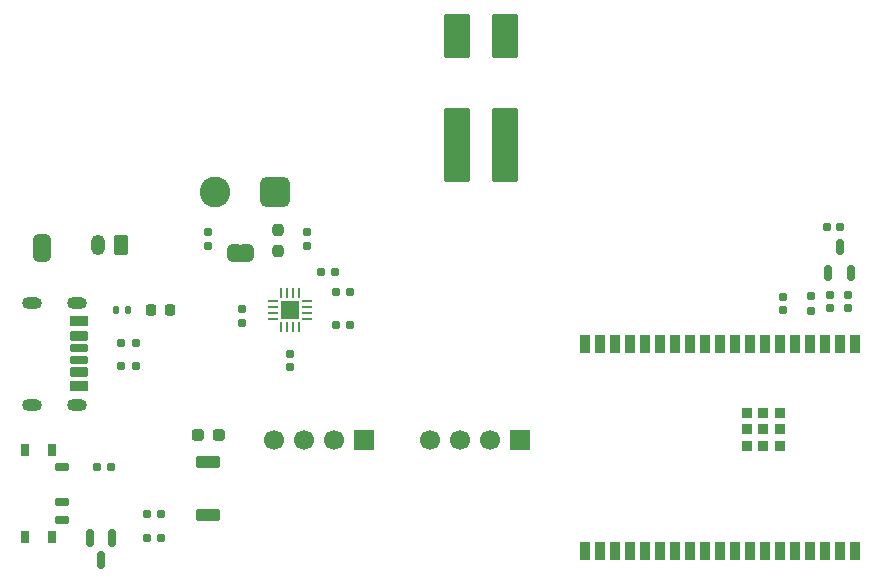
<source format=gbr>
%TF.GenerationSoftware,KiCad,Pcbnew,9.0.2*%
%TF.CreationDate,2025-06-26T16:23:08+02:00*%
%TF.ProjectId,button-rounded,62757474-6f6e-42d7-926f-756e6465642e,rev?*%
%TF.SameCoordinates,Original*%
%TF.FileFunction,Soldermask,Top*%
%TF.FilePolarity,Negative*%
%FSLAX46Y46*%
G04 Gerber Fmt 4.6, Leading zero omitted, Abs format (unit mm)*
G04 Created by KiCad (PCBNEW 9.0.2) date 2025-06-26 16:23:08*
%MOMM*%
%LPD*%
G01*
G04 APERTURE LIST*
G04 Aperture macros list*
%AMRoundRect*
0 Rectangle with rounded corners*
0 $1 Rounding radius*
0 $2 $3 $4 $5 $6 $7 $8 $9 X,Y pos of 4 corners*
0 Add a 4 corners polygon primitive as box body*
4,1,4,$2,$3,$4,$5,$6,$7,$8,$9,$2,$3,0*
0 Add four circle primitives for the rounded corners*
1,1,$1+$1,$2,$3*
1,1,$1+$1,$4,$5*
1,1,$1+$1,$6,$7*
1,1,$1+$1,$8,$9*
0 Add four rect primitives between the rounded corners*
20,1,$1+$1,$2,$3,$4,$5,0*
20,1,$1+$1,$4,$5,$6,$7,0*
20,1,$1+$1,$6,$7,$8,$9,0*
20,1,$1+$1,$8,$9,$2,$3,0*%
%AMFreePoly0*
4,1,23,0.500000,-0.750000,0.000000,-0.750000,0.000000,-0.745722,-0.065263,-0.745722,-0.191342,-0.711940,-0.304381,-0.646677,-0.396677,-0.554381,-0.461940,-0.441342,-0.495722,-0.315263,-0.495722,-0.250000,-0.500000,-0.250000,-0.500000,0.250000,-0.495722,0.250000,-0.495722,0.315263,-0.461940,0.441342,-0.396677,0.554381,-0.304381,0.646677,-0.191342,0.711940,-0.065263,0.745722,0.000000,0.745722,
0.000000,0.750000,0.500000,0.750000,0.500000,-0.750000,0.500000,-0.750000,$1*%
%AMFreePoly1*
4,1,23,0.000000,0.745722,0.065263,0.745722,0.191342,0.711940,0.304381,0.646677,0.396677,0.554381,0.461940,0.441342,0.495722,0.315263,0.495722,0.250000,0.500000,0.250000,0.500000,-0.250000,0.495722,-0.250000,0.495722,-0.315263,0.461940,-0.441342,0.396677,-0.554381,0.304381,-0.646677,0.191342,-0.711940,0.065263,-0.745722,0.000000,-0.745722,0.000000,-0.750000,-0.500000,-0.750000,
-0.500000,0.750000,0.000000,0.750000,0.000000,0.745722,0.000000,0.745722,$1*%
G04 Aperture macros list end*
%ADD10RoundRect,0.150000X-0.150000X0.587500X-0.150000X-0.587500X0.150000X-0.587500X0.150000X0.587500X0*%
%ADD11FreePoly0,90.000000*%
%ADD12FreePoly1,90.000000*%
%ADD13RoundRect,0.155000X0.212500X0.155000X-0.212500X0.155000X-0.212500X-0.155000X0.212500X-0.155000X0*%
%ADD14RoundRect,0.218750X-0.218750X-0.256250X0.218750X-0.256250X0.218750X0.256250X-0.218750X0.256250X0*%
%ADD15RoundRect,0.155000X-0.155000X0.212500X-0.155000X-0.212500X0.155000X-0.212500X0.155000X0.212500X0*%
%ADD16RoundRect,0.160000X-0.197500X-0.160000X0.197500X-0.160000X0.197500X0.160000X-0.197500X0.160000X0*%
%ADD17RoundRect,0.160000X0.197500X0.160000X-0.197500X0.160000X-0.197500X-0.160000X0.197500X-0.160000X0*%
%ADD18RoundRect,0.175000X-0.625000X0.175000X-0.625000X-0.175000X0.625000X-0.175000X0.625000X0.175000X0*%
%ADD19RoundRect,0.200000X-0.600000X0.200000X-0.600000X-0.200000X0.600000X-0.200000X0.600000X0.200000X0*%
%ADD20RoundRect,0.225000X-0.575000X0.225000X-0.575000X-0.225000X0.575000X-0.225000X0.575000X0.225000X0*%
%ADD21O,1.700000X1.000000*%
%ADD22R,1.700000X1.700000*%
%ADD23C,1.700000*%
%ADD24RoundRect,0.160000X-0.160000X0.197500X-0.160000X-0.197500X0.160000X-0.197500X0.160000X0.197500X0*%
%ADD25RoundRect,0.102000X1.000000X-3.000000X1.000000X3.000000X-1.000000X3.000000X-1.000000X-3.000000X0*%
%ADD26RoundRect,0.102000X1.000000X-1.750000X1.000000X1.750000X-1.000000X1.750000X-1.000000X-1.750000X0*%
%ADD27RoundRect,0.650000X0.650000X0.650000X-0.650000X0.650000X-0.650000X-0.650000X0.650000X-0.650000X0*%
%ADD28C,2.600000*%
%ADD29RoundRect,0.250000X0.350000X0.625000X-0.350000X0.625000X-0.350000X-0.625000X0.350000X-0.625000X0*%
%ADD30O,1.200000X1.750000*%
%ADD31RoundRect,0.237500X0.287500X0.237500X-0.287500X0.237500X-0.287500X-0.237500X0.287500X-0.237500X0*%
%ADD32RoundRect,0.160000X0.160000X-0.197500X0.160000X0.197500X-0.160000X0.197500X-0.160000X-0.197500X0*%
%ADD33RoundRect,0.155000X0.155000X-0.212500X0.155000X0.212500X-0.155000X0.212500X-0.155000X-0.212500X0*%
%ADD34RoundRect,0.062500X-0.375000X-0.062500X0.375000X-0.062500X0.375000X0.062500X-0.375000X0.062500X0*%
%ADD35RoundRect,0.062500X-0.062500X-0.375000X0.062500X-0.375000X0.062500X0.375000X-0.062500X0.375000X0*%
%ADD36R,1.600000X1.600000*%
%ADD37RoundRect,0.157500X0.842500X-0.367500X0.842500X0.367500X-0.842500X0.367500X-0.842500X-0.367500X0*%
%ADD38RoundRect,0.147500X-0.147500X-0.172500X0.147500X-0.172500X0.147500X0.172500X-0.147500X0.172500X0*%
%ADD39R,0.900000X1.500000*%
%ADD40R,0.900000X0.900000*%
%ADD41RoundRect,0.090000X-0.535000X0.210000X-0.535000X-0.210000X0.535000X-0.210000X0.535000X0.210000X0*%
%ADD42RoundRect,0.105000X-0.245000X-0.445000X0.245000X-0.445000X0.245000X0.445000X-0.245000X0.445000X0*%
%ADD43RoundRect,0.237500X0.237500X-0.250000X0.237500X0.250000X-0.237500X0.250000X-0.237500X-0.250000X0*%
%ADD44RoundRect,0.150000X0.150000X-0.512500X0.150000X0.512500X-0.150000X0.512500X-0.150000X-0.512500X0*%
%ADD45FreePoly0,0.000000*%
%ADD46FreePoly1,0.000000*%
G04 APERTURE END LIST*
%TO.C,JP2*%
G36*
X184250000Y-108900000D02*
G01*
X185750000Y-108900000D01*
X185750000Y-108600000D01*
X184250000Y-108600000D01*
X184250000Y-108900000D01*
G37*
%TO.C,JP1*%
G36*
X201700000Y-108450000D02*
G01*
X202000000Y-108450000D01*
X202000000Y-109950000D01*
X201700000Y-109950000D01*
X201700000Y-108450000D01*
G37*
%TD*%
D10*
%TO.C,Q1*%
X190950000Y-133312500D03*
X189050000Y-133312500D03*
X190000000Y-135187500D03*
%TD*%
D11*
%TO.C,JP2*%
X185000000Y-109400000D03*
D12*
X185000000Y-108100000D03*
%TD*%
D13*
%TO.C,C7*%
X252617500Y-107000000D03*
X251482500Y-107000000D03*
%TD*%
D14*
%TO.C,F1*%
X194250000Y-114000000D03*
X195825000Y-114000000D03*
%TD*%
D15*
%TO.C,C8*%
X253250000Y-112682500D03*
X253250000Y-113817500D03*
%TD*%
D16*
%TO.C,R6*%
X209902500Y-112500000D03*
X211097500Y-112500000D03*
%TD*%
D17*
%TO.C,R2*%
X192945000Y-118750000D03*
X191750000Y-118750000D03*
%TD*%
D18*
%TO.C,J1*%
X188180000Y-117200000D03*
D19*
X188180000Y-119220000D03*
D20*
X188180000Y-120450000D03*
D18*
X188180000Y-118200000D03*
D19*
X188180000Y-116180000D03*
D20*
X188180000Y-114950000D03*
D21*
X188000000Y-113380000D03*
X184200000Y-113380000D03*
X188000000Y-122020000D03*
X184200000Y-122020000D03*
%TD*%
D22*
%TO.C,J2*%
X212250000Y-125000000D03*
D23*
X209710000Y-125000000D03*
X207170000Y-125000000D03*
X204630000Y-125000000D03*
%TD*%
D24*
%TO.C,R3*%
X250120000Y-112835000D03*
X250120000Y-114030000D03*
%TD*%
D25*
%TO.C,SW3*%
X220200000Y-100000000D03*
D26*
X220200000Y-90750000D03*
D25*
X224200000Y-100000000D03*
D26*
X224200000Y-90750000D03*
%TD*%
D27*
%TO.C,TH1*%
X204750000Y-104000000D03*
D28*
X199670000Y-104000000D03*
%TD*%
D29*
%TO.C,BT1*%
X191750000Y-108500000D03*
D30*
X189750000Y-108500000D03*
%TD*%
D31*
%TO.C,LED1*%
X199973218Y-124602664D03*
X198223218Y-124602664D03*
%TD*%
D15*
%TO.C,C4*%
X202000000Y-113932500D03*
X202000000Y-115067500D03*
%TD*%
D32*
%TO.C,R11*%
X199100000Y-108547500D03*
X199100000Y-107352500D03*
%TD*%
D15*
%TO.C,C9*%
X251750000Y-112682500D03*
X251750000Y-113817500D03*
%TD*%
D17*
%TO.C,R9*%
X195097500Y-131250000D03*
X193902500Y-131250000D03*
%TD*%
D33*
%TO.C,C3*%
X206000000Y-118817500D03*
X206000000Y-117682500D03*
%TD*%
D16*
%TO.C,R1*%
X191750000Y-116760000D03*
X192945000Y-116760000D03*
%TD*%
D34*
%TO.C,U1*%
X204562500Y-113250000D03*
X204562500Y-113750000D03*
X204562500Y-114250000D03*
X204562500Y-114750000D03*
D35*
X205250000Y-115437500D03*
X205750000Y-115437500D03*
X206250000Y-115437500D03*
X206750000Y-115437500D03*
D34*
X207437500Y-114750000D03*
X207437500Y-114250000D03*
X207437500Y-113750000D03*
X207437500Y-113250000D03*
D35*
X206750000Y-112562500D03*
X206250000Y-112562500D03*
X205750000Y-112562500D03*
X205250000Y-112562500D03*
D36*
X206000000Y-114000000D03*
%TD*%
D37*
%TO.C,SW1*%
X199120718Y-126877664D03*
X199120718Y-131327664D03*
%TD*%
D38*
%TO.C,L1*%
X191302500Y-114000000D03*
X192272500Y-114000000D03*
%TD*%
D33*
%TO.C,C5*%
X247750000Y-114000000D03*
X247750000Y-112865000D03*
%TD*%
D22*
%TO.C,J3*%
X225500000Y-125000000D03*
D23*
X222960000Y-125000000D03*
X220420000Y-125000000D03*
X217880000Y-125000000D03*
%TD*%
D39*
%TO.C,U2*%
X253895000Y-116850000D03*
X252625000Y-116850000D03*
X251355000Y-116850000D03*
X250085000Y-116850000D03*
X248815000Y-116850000D03*
X247545000Y-116850000D03*
X246275000Y-116850000D03*
X245005000Y-116850000D03*
X243735000Y-116850000D03*
X242465000Y-116850000D03*
X241195000Y-116850000D03*
X239925000Y-116850000D03*
X238655000Y-116850000D03*
X237385000Y-116850000D03*
X236115000Y-116850000D03*
X234845000Y-116850000D03*
X233575000Y-116850000D03*
X232305000Y-116850000D03*
X231035000Y-116850000D03*
X231035000Y-134350000D03*
X232305000Y-134350000D03*
X233575000Y-134350000D03*
X234845000Y-134350000D03*
X236115000Y-134350000D03*
X237385000Y-134350000D03*
X238655000Y-134350000D03*
X239925000Y-134350000D03*
X241195000Y-134350000D03*
X242465000Y-134350000D03*
X243735000Y-134350000D03*
X245005000Y-134350000D03*
X246275000Y-134350000D03*
X247545000Y-134350000D03*
X248815000Y-134350000D03*
X250085000Y-134350000D03*
X251355000Y-134350000D03*
X252625000Y-134350000D03*
X253895000Y-134350000D03*
D40*
X247500000Y-122695000D03*
X246100000Y-122700000D03*
X244700000Y-122700000D03*
X247500000Y-124100000D03*
X246100000Y-124100000D03*
X244700000Y-124100000D03*
X247500000Y-125500000D03*
X246100000Y-125500000D03*
X244700000Y-125500000D03*
%TD*%
D17*
%TO.C,R4*%
X211097500Y-115250000D03*
X209902500Y-115250000D03*
%TD*%
D41*
%TO.C,SW2*%
X186750000Y-127250000D03*
X186750000Y-130250000D03*
X186750000Y-131750000D03*
D42*
X183600000Y-133200000D03*
X185900000Y-133200000D03*
X183600000Y-125800000D03*
X185900000Y-125800000D03*
%TD*%
D43*
%TO.C,R7*%
X205000000Y-109005959D03*
X205000000Y-107180959D03*
%TD*%
D13*
%TO.C,C6*%
X209817500Y-110750000D03*
X208682500Y-110750000D03*
%TD*%
D32*
%TO.C,R5*%
X207500000Y-108597500D03*
X207500000Y-107402500D03*
%TD*%
D44*
%TO.C,U3*%
X251600000Y-110887500D03*
X253500000Y-110887500D03*
X252550000Y-108612500D03*
%TD*%
D16*
%TO.C,R8*%
X189652500Y-127250000D03*
X190847500Y-127250000D03*
%TD*%
D45*
%TO.C,JP1*%
X201200000Y-109200000D03*
D46*
X202500000Y-109200000D03*
%TD*%
D16*
%TO.C,R10*%
X193902500Y-133250000D03*
X195097500Y-133250000D03*
%TD*%
M02*

</source>
